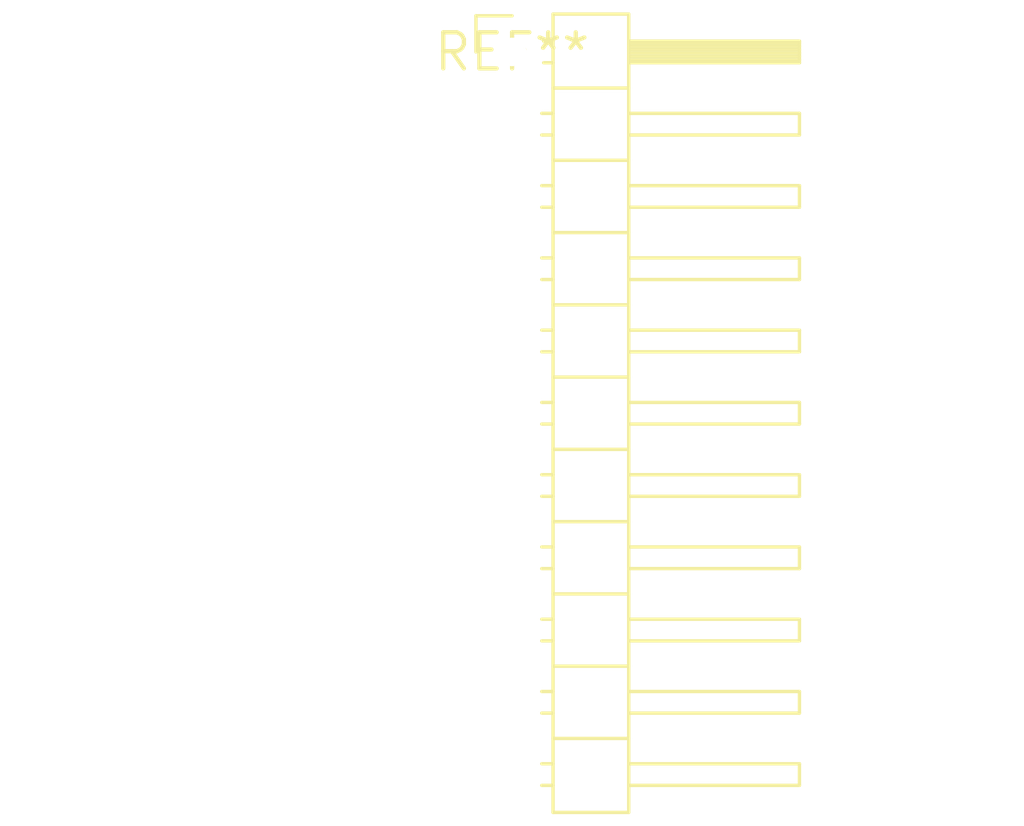
<source format=kicad_pcb>
(kicad_pcb (version 20240108) (generator pcbnew)
  (layers (0 "F.Cu" signal) (31 "B.Cu" signal) (34 "B.Paste" user) (35 "F.Paste" user) (36 "B.SilkS" user "B.Silkscreen") (37 "F.SilkS" user "F.Silkscreen") (38 "B.Mask" user) (39 "F.Mask" user) (44 "Edge.Cuts" user))
  (net 0 "")
  (footprint "PinHeader_1x11_P2.54mm_Horizontal" (layer "F.Cu") (at 0 0)
    (property "Reference" "REF**")
    (property "Value" "PinHeader_1x11_P2.54mm_Horizontal")
    (fp_line (start -1.27 -1.27) (end 0 -1.27) (layer "F.SilkS") (stroke (width 0.12)))
    (fp_line (start -1.27 0) (end -1.27 -1.27) (layer "F.SilkS") (stroke (width 0.12)))
    (fp_line (start 1.042929 2.16) (end 1.44 2.16) (layer "F.SilkS") (stroke (width 0.12)))
    (fp_line (start 1.042929 2.92) (end 1.44 2.92) (layer "F.SilkS") (stroke (width 0.12)))
    (fp_line (start 1.042929 4.7) (end 1.44 4.7) (layer "F.SilkS") (stroke (width 0.12)))
    (fp_line (start 1.042929 5.46) (end 1.44 5.46) (layer "F.SilkS") (stroke (width 0.12)))
    (fp_line (start 1.042929 7.24) (end 1.44 7.24) (layer "F.SilkS") (stroke (width 0.12)))
    (fp_line (start 1.042929 8) (end 1.44 8) (layer "F.SilkS") (stroke (width 0.12)))
    (fp_line (start 1.042929 9.78) (end 1.44 9.78) (layer "F.SilkS") (stroke (width 0.12)))
    (fp_line (start 1.042929 10.54) (end 1.44 10.54) (layer "F.SilkS") (stroke (width 0.12)))
    (fp_line (start 1.042929 12.32) (end 1.44 12.32) (layer "F.SilkS") (stroke (width 0.12)))
    (fp_line (start 1.042929 13.08) (end 1.44 13.08) (layer "F.SilkS") (stroke (width 0.12)))
    (fp_line (start 1.042929 14.86) (end 1.44 14.86) (layer "F.SilkS") (stroke (width 0.12)))
    (fp_line (start 1.042929 15.62) (end 1.44 15.62) (layer "F.SilkS") (stroke (width 0.12)))
    (fp_line (start 1.042929 17.4) (end 1.44 17.4) (layer "F.SilkS") (stroke (width 0.12)))
    (fp_line (start 1.042929 18.16) (end 1.44 18.16) (layer "F.SilkS") (stroke (width 0.12)))
    (fp_line (start 1.042929 19.94) (end 1.44 19.94) (layer "F.SilkS") (stroke (width 0.12)))
    (fp_line (start 1.042929 20.7) (end 1.44 20.7) (layer "F.SilkS") (stroke (width 0.12)))
    (fp_line (start 1.042929 22.48) (end 1.44 22.48) (layer "F.SilkS") (stroke (width 0.12)))
    (fp_line (start 1.042929 23.24) (end 1.44 23.24) (layer "F.SilkS") (stroke (width 0.12)))
    (fp_line (start 1.042929 25.02) (end 1.44 25.02) (layer "F.SilkS") (stroke (width 0.12)))
    (fp_line (start 1.042929 25.78) (end 1.44 25.78) (layer "F.SilkS") (stroke (width 0.12)))
    (fp_line (start 1.11 -0.38) (end 1.44 -0.38) (layer "F.SilkS") (stroke (width 0.12)))
    (fp_line (start 1.11 0.38) (end 1.44 0.38) (layer "F.SilkS") (stroke (width 0.12)))
    (fp_line (start 1.44 -1.33) (end 1.44 26.73) (layer "F.SilkS") (stroke (width 0.12)))
    (fp_line (start 1.44 1.27) (end 4.1 1.27) (layer "F.SilkS") (stroke (width 0.12)))
    (fp_line (start 1.44 3.81) (end 4.1 3.81) (layer "F.SilkS") (stroke (width 0.12)))
    (fp_line (start 1.44 6.35) (end 4.1 6.35) (layer "F.SilkS") (stroke (width 0.12)))
    (fp_line (start 1.44 8.89) (end 4.1 8.89) (layer "F.SilkS") (stroke (width 0.12)))
    (fp_line (start 1.44 11.43) (end 4.1 11.43) (layer "F.SilkS") (stroke (width 0.12)))
    (fp_line (start 1.44 13.97) (end 4.1 13.97) (layer "F.SilkS") (stroke (width 0.12)))
    (fp_line (start 1.44 16.51) (end 4.1 16.51) (layer "F.SilkS") (stroke (width 0.12)))
    (fp_line (start 1.44 19.05) (end 4.1 19.05) (layer "F.SilkS") (stroke (width 0.12)))
    (fp_line (start 1.44 21.59) (end 4.1 21.59) (layer "F.SilkS") (stroke (width 0.12)))
    (fp_line (start 1.44 24.13) (end 4.1 24.13) (layer "F.SilkS") (stroke (width 0.12)))
    (fp_line (start 1.44 26.73) (end 4.1 26.73) (layer "F.SilkS") (stroke (width 0.12)))
    (fp_line (start 4.1 -1.33) (end 1.44 -1.33) (layer "F.SilkS") (stroke (width 0.12)))
    (fp_line (start 4.1 -0.38) (end 10.1 -0.38) (layer "F.SilkS") (stroke (width 0.12)))
    (fp_line (start 4.1 -0.32) (end 10.1 -0.32) (layer "F.SilkS") (stroke (width 0.12)))
    (fp_line (start 4.1 -0.2) (end 10.1 -0.2) (layer "F.SilkS") (stroke (width 0.12)))
    (fp_line (start 4.1 -0.08) (end 10.1 -0.08) (layer "F.SilkS") (stroke (width 0.12)))
    (fp_line (start 4.1 0.04) (end 10.1 0.04) (layer "F.SilkS") (stroke (width 0.12)))
    (fp_line (start 4.1 0.16) (end 10.1 0.16) (layer "F.SilkS") (stroke (width 0.12)))
    (fp_line (start 4.1 0.28) (end 10.1 0.28) (layer "F.SilkS") (stroke (width 0.12)))
    (fp_line (start 4.1 2.16) (end 10.1 2.16) (layer "F.SilkS") (stroke (width 0.12)))
    (fp_line (start 4.1 4.7) (end 10.1 4.7) (layer "F.SilkS") (stroke (width 0.12)))
    (fp_line (start 4.1 7.24) (end 10.1 7.24) (layer "F.SilkS") (stroke (width 0.12)))
    (fp_line (start 4.1 9.78) (end 10.1 9.78) (layer "F.SilkS") (stroke (width 0.12)))
    (fp_line (start 4.1 12.32) (end 10.1 12.32) (layer "F.SilkS") (stroke (width 0.12)))
    (fp_line (start 4.1 14.86) (end 10.1 14.86) (layer "F.SilkS") (stroke (width 0.12)))
    (fp_line (start 4.1 17.4) (end 10.1 17.4) (layer "F.SilkS") (stroke (width 0.12)))
    (fp_line (start 4.1 19.94) (end 10.1 19.94) (layer "F.SilkS") (stroke (width 0.12)))
    (fp_line (start 4.1 22.48) (end 10.1 22.48) (layer "F.SilkS") (stroke (width 0.12)))
    (fp_line (start 4.1 25.02) (end 10.1 25.02) (layer "F.SilkS") (stroke (width 0.12)))
    (fp_line (start 4.1 26.73) (end 4.1 -1.33) (layer "F.SilkS") (stroke (width 0.12)))
    (fp_line (start 10.1 -0.38) (end 10.1 0.38) (layer "F.SilkS") (stroke (width 0.12)))
    (fp_line (start 10.1 0.38) (end 4.1 0.38) (layer "F.SilkS") (stroke (width 0.12)))
    (fp_line (start 10.1 2.16) (end 10.1 2.92) (layer "F.SilkS") (stroke (width 0.12)))
    (fp_line (start 10.1 2.92) (end 4.1 2.92) (layer "F.SilkS") (stroke (width 0.12)))
    (fp_line (start 10.1 4.7) (end 10.1 5.46) (layer "F.SilkS") (stroke (width 0.12)))
    (fp_line (start 10.1 5.46) (end 4.1 5.46) (layer "F.SilkS") (stroke (width 0.12)))
    (fp_line (start 10.1 7.24) (end 10.1 8) (layer "F.SilkS") (stroke (width 0.12)))
    (fp_line (start 10.1 8) (end 4.1 8) (layer "F.SilkS") (stroke (width 0.12)))
    (fp_line (start 10.1 9.78) (end 10.1 10.54) (layer "F.SilkS") (stroke (width 0.12)))
    (fp_line (start 10.1 10.54) (end 4.1 10.54) (layer "F.SilkS") (stroke (width 0.12)))
    (fp_line (start 10.1 12.32) (end 10.1 13.08) (layer "F.SilkS") (stroke (width 0.12)))
    (fp_line (start 10.1 13.08) (end 4.1 13.08) (layer "F.SilkS") (stroke (width 0.12)))
    (fp_line (start 10.1 14.86) (end 10.1 15.62) (layer "F.SilkS") (stroke (width 0.12)))
    (fp_line (start 10.1 15.62) (end 4.1 15.62) (layer "F.SilkS") (stroke (width 0.12)))
    (fp_line (start 10.1 17.4) (end 10.1 18.16) (layer "F.SilkS") (stroke (width 0.12)))
    (fp_line (start 10.1 18.16) (end 4.1 18.16) (layer "F.SilkS") (stroke (width 0.12)))
    (fp_line (start 10.1 19.94) (end 10.1 20.7) (layer "F.SilkS") (stroke (width 0.12)))
    (fp_line (start 10.1 20.7) (end 4.1 20.7) (layer "F.SilkS") (stroke (width 0.12)))
    (fp_line (start 10.1 22.48) (end 10.1 23.24) (layer "F.SilkS") (stroke (width 0.12)))
    (fp_line (start 10.1 23.24) (end 4.1 23.24) (layer "F.SilkS") (stroke (width 0.12)))
    (fp_line (start 10.1 25.02) (end 10.1 25.78) (layer "F.SilkS") (stroke (width 0.12)))
    (fp_line (start 10.1 25.78) (end 4.1 25.78) (layer "F.SilkS") (stroke (width 0.12)))
    (pad "1" thru_hole rect (at 0 0) (size 1.7 1.7) (drill 1) (layers *.Cu *.Mask) (remove_unused_layers))
    (pad "2" thru_hole oval (at 0 2.54) (size 1.7 1.7) (drill 1) (layers *.Cu *.Mask) (remove_unused_layers))
    (pad "3" thru_hole oval (at 0 5.08) (size 1.7 1.7) (drill 1) (layers *.Cu *.Mask) (remove_unused_layers))
    (pad "4" thru_hole oval (at 0 7.62) (size 1.7 1.7) (drill 1) (layers *.Cu *.Mask) (remove_unused_layers))
    (pad "5" thru_hole oval (at 0 10.16) (size 1.7 1.7) (drill 1) (layers *.Cu *.Mask) (remove_unused_layers))
    (pad "6" thru_hole oval (at 0 12.7) (size 1.7 1.7) (drill 1) (layers *.Cu *.Mask) (remove_unused_layers))
    (pad "7" thru_hole oval (at 0 15.24) (size 1.7 1.7) (drill 1) (layers *.Cu *.Mask) (remove_unused_layers))
    (pad "8" thru_hole oval (at 0 17.78) (size 1.7 1.7) (drill 1) (layers *.Cu *.Mask) (remove_unused_layers))
    (pad "9" thru_hole oval (at 0 20.32) (size 1.7 1.7) (drill 1) (layers *.Cu *.Mask) (remove_unused_layers))
    (pad "10" thru_hole oval (at 0 22.86) (size 1.7 1.7) (drill 1) (layers *.Cu *.Mask) (remove_unused_layers))
    (pad "11" thru_hole oval (at 0 25.4) (size 1.7 1.7) (drill 1) (layers *.Cu *.Mask) (remove_unused_layers))
  )
)
</source>
